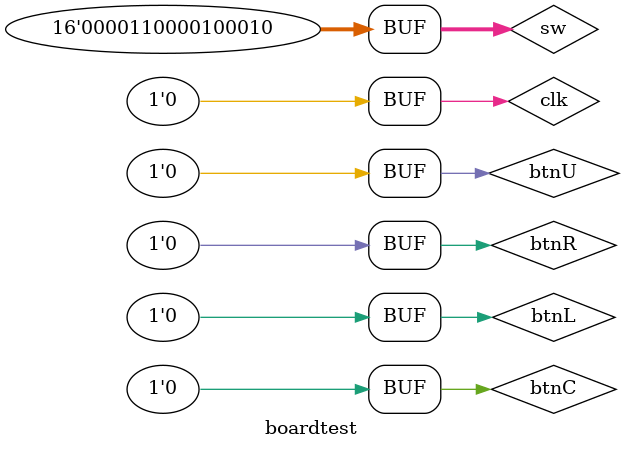
<source format=sv>
`timescale 1ns / 1ps

module boardtest();

    logic [15:0] sw;
    logic clk;
    logic btnU;//display
    logic btnC;//clear
    logic btnL;//load 
    logic btnR;//write
    logic [6:0] seg;
    logic [3:0] an;
    logic dp;
    
    //instantiate device to be tested
    board_top top(clk, btnC, btnL, btnR, btnU, sw,an, dp,seg);
    
    assign sw = 16'b00001100_00100010;
    
    
    //initialize test
    initial
    begin
        btnC <= 1; btnU <= 0; #22; btnC <= 0; 
        #20 btnL <=1; #10 btnL <=0; 
        #20 btnR <=1; #10 btnR <=0; 
    end
        
    //generate clock to sequence tests
    always
    begin
        clk <= 1; #5; clk <= 0; #5; 
    end

endmodule

</source>
